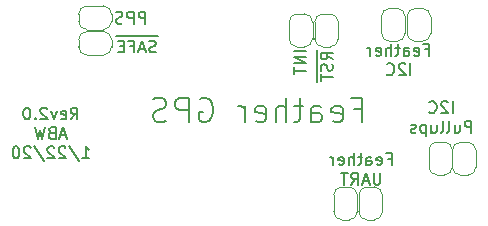
<source format=gbr>
G04 #@! TF.GenerationSoftware,KiCad,Pcbnew,(5.1.4)-1*
G04 #@! TF.CreationDate,2020-01-22T17:25:58-05:00*
G04 #@! TF.ProjectId,Feather-SAM-M8Q-GPS,46656174-6865-4722-9d53-414d2d4d3851,rev?*
G04 #@! TF.SameCoordinates,Original*
G04 #@! TF.FileFunction,Legend,Bot*
G04 #@! TF.FilePolarity,Positive*
%FSLAX46Y46*%
G04 Gerber Fmt 4.6, Leading zero omitted, Abs format (unit mm)*
G04 Created by KiCad (PCBNEW (5.1.4)-1) date 2020-01-22 17:25:58*
%MOMM*%
%LPD*%
G04 APERTURE LIST*
%ADD10C,0.150000*%
%ADD11C,0.120000*%
G04 APERTURE END LIST*
D10*
X108984895Y-59659780D02*
X108984895Y-58659780D01*
X108603942Y-58659780D01*
X108508704Y-58707400D01*
X108461085Y-58755019D01*
X108413466Y-58850257D01*
X108413466Y-58993114D01*
X108461085Y-59088352D01*
X108508704Y-59135971D01*
X108603942Y-59183590D01*
X108984895Y-59183590D01*
X107984895Y-59659780D02*
X107984895Y-58659780D01*
X107603942Y-58659780D01*
X107508704Y-58707400D01*
X107461085Y-58755019D01*
X107413466Y-58850257D01*
X107413466Y-58993114D01*
X107461085Y-59088352D01*
X107508704Y-59135971D01*
X107603942Y-59183590D01*
X107984895Y-59183590D01*
X107032514Y-59612161D02*
X106889657Y-59659780D01*
X106651561Y-59659780D01*
X106556323Y-59612161D01*
X106508704Y-59564542D01*
X106461085Y-59469304D01*
X106461085Y-59374066D01*
X106508704Y-59278828D01*
X106556323Y-59231209D01*
X106651561Y-59183590D01*
X106842038Y-59135971D01*
X106937276Y-59088352D01*
X106984895Y-59040733D01*
X107032514Y-58945495D01*
X107032514Y-58850257D01*
X106984895Y-58755019D01*
X106937276Y-58707400D01*
X106842038Y-58659780D01*
X106603942Y-58659780D01*
X106461085Y-58707400D01*
X129480985Y-71112571D02*
X129814319Y-71112571D01*
X129814319Y-71636380D02*
X129814319Y-70636380D01*
X129338128Y-70636380D01*
X128576223Y-71588761D02*
X128671461Y-71636380D01*
X128861938Y-71636380D01*
X128957176Y-71588761D01*
X129004795Y-71493523D01*
X129004795Y-71112571D01*
X128957176Y-71017333D01*
X128861938Y-70969714D01*
X128671461Y-70969714D01*
X128576223Y-71017333D01*
X128528604Y-71112571D01*
X128528604Y-71207809D01*
X129004795Y-71303047D01*
X127671461Y-71636380D02*
X127671461Y-71112571D01*
X127719080Y-71017333D01*
X127814319Y-70969714D01*
X128004795Y-70969714D01*
X128100033Y-71017333D01*
X127671461Y-71588761D02*
X127766700Y-71636380D01*
X128004795Y-71636380D01*
X128100033Y-71588761D01*
X128147652Y-71493523D01*
X128147652Y-71398285D01*
X128100033Y-71303047D01*
X128004795Y-71255428D01*
X127766700Y-71255428D01*
X127671461Y-71207809D01*
X127338128Y-70969714D02*
X126957176Y-70969714D01*
X127195271Y-70636380D02*
X127195271Y-71493523D01*
X127147652Y-71588761D01*
X127052414Y-71636380D01*
X126957176Y-71636380D01*
X126623842Y-71636380D02*
X126623842Y-70636380D01*
X126195271Y-71636380D02*
X126195271Y-71112571D01*
X126242890Y-71017333D01*
X126338128Y-70969714D01*
X126480985Y-70969714D01*
X126576223Y-71017333D01*
X126623842Y-71064952D01*
X125338128Y-71588761D02*
X125433366Y-71636380D01*
X125623842Y-71636380D01*
X125719080Y-71588761D01*
X125766700Y-71493523D01*
X125766700Y-71112571D01*
X125719080Y-71017333D01*
X125623842Y-70969714D01*
X125433366Y-70969714D01*
X125338128Y-71017333D01*
X125290509Y-71112571D01*
X125290509Y-71207809D01*
X125766700Y-71303047D01*
X124861938Y-71636380D02*
X124861938Y-70969714D01*
X124861938Y-71160190D02*
X124814319Y-71064952D01*
X124766700Y-71017333D01*
X124671461Y-70969714D01*
X124576223Y-70969714D01*
X128861938Y-72286380D02*
X128861938Y-73095904D01*
X128814319Y-73191142D01*
X128766700Y-73238761D01*
X128671461Y-73286380D01*
X128480985Y-73286380D01*
X128385747Y-73238761D01*
X128338128Y-73191142D01*
X128290509Y-73095904D01*
X128290509Y-72286380D01*
X127861938Y-73000666D02*
X127385747Y-73000666D01*
X127957176Y-73286380D02*
X127623842Y-72286380D01*
X127290509Y-73286380D01*
X126385747Y-73286380D02*
X126719080Y-72810190D01*
X126957176Y-73286380D02*
X126957176Y-72286380D01*
X126576223Y-72286380D01*
X126480985Y-72334000D01*
X126433366Y-72381619D01*
X126385747Y-72476857D01*
X126385747Y-72619714D01*
X126433366Y-72714952D01*
X126480985Y-72762571D01*
X126576223Y-72810190D01*
X126957176Y-72810190D01*
X126100033Y-72286380D02*
X125528604Y-72286380D01*
X125814319Y-73286380D02*
X125814319Y-72286380D01*
X102655476Y-67763380D02*
X102988809Y-67287190D01*
X103226904Y-67763380D02*
X103226904Y-66763380D01*
X102845952Y-66763380D01*
X102750714Y-66811000D01*
X102703095Y-66858619D01*
X102655476Y-66953857D01*
X102655476Y-67096714D01*
X102703095Y-67191952D01*
X102750714Y-67239571D01*
X102845952Y-67287190D01*
X103226904Y-67287190D01*
X101845952Y-67715761D02*
X101941190Y-67763380D01*
X102131666Y-67763380D01*
X102226904Y-67715761D01*
X102274523Y-67620523D01*
X102274523Y-67239571D01*
X102226904Y-67144333D01*
X102131666Y-67096714D01*
X101941190Y-67096714D01*
X101845952Y-67144333D01*
X101798333Y-67239571D01*
X101798333Y-67334809D01*
X102274523Y-67430047D01*
X101465000Y-67096714D02*
X101226904Y-67763380D01*
X100988809Y-67096714D01*
X100655476Y-66858619D02*
X100607857Y-66811000D01*
X100512619Y-66763380D01*
X100274523Y-66763380D01*
X100179285Y-66811000D01*
X100131666Y-66858619D01*
X100084047Y-66953857D01*
X100084047Y-67049095D01*
X100131666Y-67191952D01*
X100703095Y-67763380D01*
X100084047Y-67763380D01*
X99655476Y-67668142D02*
X99607857Y-67715761D01*
X99655476Y-67763380D01*
X99703095Y-67715761D01*
X99655476Y-67668142D01*
X99655476Y-67763380D01*
X98988809Y-66763380D02*
X98893571Y-66763380D01*
X98798333Y-66811000D01*
X98750714Y-66858619D01*
X98703095Y-66953857D01*
X98655476Y-67144333D01*
X98655476Y-67382428D01*
X98703095Y-67572904D01*
X98750714Y-67668142D01*
X98798333Y-67715761D01*
X98893571Y-67763380D01*
X98988809Y-67763380D01*
X99084047Y-67715761D01*
X99131666Y-67668142D01*
X99179285Y-67572904D01*
X99226904Y-67382428D01*
X99226904Y-67144333D01*
X99179285Y-66953857D01*
X99131666Y-66858619D01*
X99084047Y-66811000D01*
X98988809Y-66763380D01*
X102274523Y-69127666D02*
X101798333Y-69127666D01*
X102369761Y-69413380D02*
X102036428Y-68413380D01*
X101703095Y-69413380D01*
X101036428Y-68889571D02*
X100893571Y-68937190D01*
X100845952Y-68984809D01*
X100798333Y-69080047D01*
X100798333Y-69222904D01*
X100845952Y-69318142D01*
X100893571Y-69365761D01*
X100988809Y-69413380D01*
X101369761Y-69413380D01*
X101369761Y-68413380D01*
X101036428Y-68413380D01*
X100941190Y-68461000D01*
X100893571Y-68508619D01*
X100845952Y-68603857D01*
X100845952Y-68699095D01*
X100893571Y-68794333D01*
X100941190Y-68841952D01*
X101036428Y-68889571D01*
X101369761Y-68889571D01*
X100465000Y-68413380D02*
X100226904Y-69413380D01*
X100036428Y-68699095D01*
X99845952Y-69413380D01*
X99607857Y-68413380D01*
X103631666Y-71063380D02*
X104203095Y-71063380D01*
X103917380Y-71063380D02*
X103917380Y-70063380D01*
X104012619Y-70206238D01*
X104107857Y-70301476D01*
X104203095Y-70349095D01*
X102488809Y-70015761D02*
X103345952Y-71301476D01*
X102203095Y-70158619D02*
X102155476Y-70111000D01*
X102060238Y-70063380D01*
X101822142Y-70063380D01*
X101726904Y-70111000D01*
X101679285Y-70158619D01*
X101631666Y-70253857D01*
X101631666Y-70349095D01*
X101679285Y-70491952D01*
X102250714Y-71063380D01*
X101631666Y-71063380D01*
X101250714Y-70158619D02*
X101203095Y-70111000D01*
X101107857Y-70063380D01*
X100869761Y-70063380D01*
X100774523Y-70111000D01*
X100726904Y-70158619D01*
X100679285Y-70253857D01*
X100679285Y-70349095D01*
X100726904Y-70491952D01*
X101298333Y-71063380D01*
X100679285Y-71063380D01*
X99536428Y-70015761D02*
X100393571Y-71301476D01*
X99250714Y-70158619D02*
X99203095Y-70111000D01*
X99107857Y-70063380D01*
X98869761Y-70063380D01*
X98774523Y-70111000D01*
X98726904Y-70158619D01*
X98679285Y-70253857D01*
X98679285Y-70349095D01*
X98726904Y-70491952D01*
X99298333Y-71063380D01*
X98679285Y-71063380D01*
X98060238Y-70063380D02*
X97965000Y-70063380D01*
X97869761Y-70111000D01*
X97822142Y-70158619D01*
X97774523Y-70253857D01*
X97726904Y-70444333D01*
X97726904Y-70682428D01*
X97774523Y-70872904D01*
X97822142Y-70968142D01*
X97869761Y-71015761D01*
X97965000Y-71063380D01*
X98060238Y-71063380D01*
X98155476Y-71015761D01*
X98203095Y-70968142D01*
X98250714Y-70872904D01*
X98298333Y-70682428D01*
X98298333Y-70444333D01*
X98250714Y-70253857D01*
X98203095Y-70158619D01*
X98155476Y-70111000D01*
X98060238Y-70063380D01*
X110065914Y-60730800D02*
X109113533Y-60730800D01*
X109875438Y-62050561D02*
X109732580Y-62098180D01*
X109494485Y-62098180D01*
X109399247Y-62050561D01*
X109351628Y-62002942D01*
X109304009Y-61907704D01*
X109304009Y-61812466D01*
X109351628Y-61717228D01*
X109399247Y-61669609D01*
X109494485Y-61621990D01*
X109684961Y-61574371D01*
X109780200Y-61526752D01*
X109827819Y-61479133D01*
X109875438Y-61383895D01*
X109875438Y-61288657D01*
X109827819Y-61193419D01*
X109780200Y-61145800D01*
X109684961Y-61098180D01*
X109446866Y-61098180D01*
X109304009Y-61145800D01*
X109113533Y-60730800D02*
X108256390Y-60730800D01*
X108923057Y-61812466D02*
X108446866Y-61812466D01*
X109018295Y-62098180D02*
X108684961Y-61098180D01*
X108351628Y-62098180D01*
X108256390Y-60730800D02*
X107399247Y-60730800D01*
X107684961Y-61574371D02*
X108018295Y-61574371D01*
X108018295Y-62098180D02*
X108018295Y-61098180D01*
X107542104Y-61098180D01*
X107399247Y-60730800D02*
X106494485Y-60730800D01*
X107161152Y-61574371D02*
X106827819Y-61574371D01*
X106684961Y-62098180D02*
X107161152Y-62098180D01*
X107161152Y-61098180D01*
X106684961Y-61098180D01*
X123468800Y-61888857D02*
X123468800Y-62888857D01*
X124836180Y-62698380D02*
X124359990Y-62365047D01*
X124836180Y-62126952D02*
X123836180Y-62126952D01*
X123836180Y-62507904D01*
X123883800Y-62603142D01*
X123931419Y-62650761D01*
X124026657Y-62698380D01*
X124169514Y-62698380D01*
X124264752Y-62650761D01*
X124312371Y-62603142D01*
X124359990Y-62507904D01*
X124359990Y-62126952D01*
X123468800Y-62888857D02*
X123468800Y-63841238D01*
X124788561Y-63079333D02*
X124836180Y-63222190D01*
X124836180Y-63460285D01*
X124788561Y-63555523D01*
X124740942Y-63603142D01*
X124645704Y-63650761D01*
X124550466Y-63650761D01*
X124455228Y-63603142D01*
X124407609Y-63555523D01*
X124359990Y-63460285D01*
X124312371Y-63269809D01*
X124264752Y-63174571D01*
X124217133Y-63126952D01*
X124121895Y-63079333D01*
X124026657Y-63079333D01*
X123931419Y-63126952D01*
X123883800Y-63174571D01*
X123836180Y-63269809D01*
X123836180Y-63507904D01*
X123883800Y-63650761D01*
X123468800Y-63841238D02*
X123468800Y-64603142D01*
X123836180Y-63936476D02*
X123836180Y-64507904D01*
X124836180Y-64222190D02*
X123836180Y-64222190D01*
X122583200Y-61983098D02*
X121583200Y-61983098D01*
X122583200Y-62459288D02*
X121583200Y-62459288D01*
X122583200Y-63030717D01*
X121583200Y-63030717D01*
X121583200Y-63364050D02*
X121583200Y-63935479D01*
X122583200Y-63649764D02*
X121583200Y-63649764D01*
X126633857Y-66913142D02*
X127300523Y-66913142D01*
X127300523Y-67960761D02*
X127300523Y-65960761D01*
X126348142Y-65960761D01*
X124824333Y-67865523D02*
X125014809Y-67960761D01*
X125395761Y-67960761D01*
X125586238Y-67865523D01*
X125681476Y-67675047D01*
X125681476Y-66913142D01*
X125586238Y-66722666D01*
X125395761Y-66627428D01*
X125014809Y-66627428D01*
X124824333Y-66722666D01*
X124729095Y-66913142D01*
X124729095Y-67103619D01*
X125681476Y-67294095D01*
X123014809Y-67960761D02*
X123014809Y-66913142D01*
X123110047Y-66722666D01*
X123300523Y-66627428D01*
X123681476Y-66627428D01*
X123871952Y-66722666D01*
X123014809Y-67865523D02*
X123205285Y-67960761D01*
X123681476Y-67960761D01*
X123871952Y-67865523D01*
X123967190Y-67675047D01*
X123967190Y-67484571D01*
X123871952Y-67294095D01*
X123681476Y-67198857D01*
X123205285Y-67198857D01*
X123014809Y-67103619D01*
X122348142Y-66627428D02*
X121586238Y-66627428D01*
X122062428Y-65960761D02*
X122062428Y-67675047D01*
X121967190Y-67865523D01*
X121776714Y-67960761D01*
X121586238Y-67960761D01*
X120919571Y-67960761D02*
X120919571Y-65960761D01*
X120062428Y-67960761D02*
X120062428Y-66913142D01*
X120157666Y-66722666D01*
X120348142Y-66627428D01*
X120633857Y-66627428D01*
X120824333Y-66722666D01*
X120919571Y-66817904D01*
X118348142Y-67865523D02*
X118538619Y-67960761D01*
X118919571Y-67960761D01*
X119110047Y-67865523D01*
X119205285Y-67675047D01*
X119205285Y-66913142D01*
X119110047Y-66722666D01*
X118919571Y-66627428D01*
X118538619Y-66627428D01*
X118348142Y-66722666D01*
X118252904Y-66913142D01*
X118252904Y-67103619D01*
X119205285Y-67294095D01*
X117395761Y-67960761D02*
X117395761Y-66627428D01*
X117395761Y-67008380D02*
X117300523Y-66817904D01*
X117205285Y-66722666D01*
X117014809Y-66627428D01*
X116824333Y-66627428D01*
X113586238Y-66056000D02*
X113776714Y-65960761D01*
X114062428Y-65960761D01*
X114348142Y-66056000D01*
X114538619Y-66246476D01*
X114633857Y-66436952D01*
X114729095Y-66817904D01*
X114729095Y-67103619D01*
X114633857Y-67484571D01*
X114538619Y-67675047D01*
X114348142Y-67865523D01*
X114062428Y-67960761D01*
X113871952Y-67960761D01*
X113586238Y-67865523D01*
X113491000Y-67770285D01*
X113491000Y-67103619D01*
X113871952Y-67103619D01*
X112633857Y-67960761D02*
X112633857Y-65960761D01*
X111871952Y-65960761D01*
X111681476Y-66056000D01*
X111586238Y-66151238D01*
X111491000Y-66341714D01*
X111491000Y-66627428D01*
X111586238Y-66817904D01*
X111681476Y-66913142D01*
X111871952Y-67008380D01*
X112633857Y-67008380D01*
X110729095Y-67865523D02*
X110443380Y-67960761D01*
X109967190Y-67960761D01*
X109776714Y-67865523D01*
X109681476Y-67770285D01*
X109586238Y-67579809D01*
X109586238Y-67389333D01*
X109681476Y-67198857D01*
X109776714Y-67103619D01*
X109967190Y-67008380D01*
X110348142Y-66913142D01*
X110538619Y-66817904D01*
X110633857Y-66722666D01*
X110729095Y-66532190D01*
X110729095Y-66341714D01*
X110633857Y-66151238D01*
X110538619Y-66056000D01*
X110348142Y-65960761D01*
X109871952Y-65960761D01*
X109586238Y-66056000D01*
X135006910Y-67234560D02*
X135006910Y-66234560D01*
X134578339Y-66329799D02*
X134530720Y-66282180D01*
X134435481Y-66234560D01*
X134197386Y-66234560D01*
X134102148Y-66282180D01*
X134054529Y-66329799D01*
X134006910Y-66425037D01*
X134006910Y-66520275D01*
X134054529Y-66663132D01*
X134625958Y-67234560D01*
X134006910Y-67234560D01*
X133006910Y-67139322D02*
X133054529Y-67186941D01*
X133197386Y-67234560D01*
X133292624Y-67234560D01*
X133435481Y-67186941D01*
X133530720Y-67091703D01*
X133578339Y-66996465D01*
X133625958Y-66805989D01*
X133625958Y-66663132D01*
X133578339Y-66472656D01*
X133530720Y-66377418D01*
X133435481Y-66282180D01*
X133292624Y-66234560D01*
X133197386Y-66234560D01*
X133054529Y-66282180D01*
X133006910Y-66329799D01*
X136578339Y-68884560D02*
X136578339Y-67884560D01*
X136197386Y-67884560D01*
X136102148Y-67932180D01*
X136054529Y-67979799D01*
X136006910Y-68075037D01*
X136006910Y-68217894D01*
X136054529Y-68313132D01*
X136102148Y-68360751D01*
X136197386Y-68408370D01*
X136578339Y-68408370D01*
X135149767Y-68217894D02*
X135149767Y-68884560D01*
X135578339Y-68217894D02*
X135578339Y-68741703D01*
X135530720Y-68836941D01*
X135435481Y-68884560D01*
X135292624Y-68884560D01*
X135197386Y-68836941D01*
X135149767Y-68789322D01*
X134530720Y-68884560D02*
X134625958Y-68836941D01*
X134673577Y-68741703D01*
X134673577Y-67884560D01*
X134006910Y-68884560D02*
X134102148Y-68836941D01*
X134149767Y-68741703D01*
X134149767Y-67884560D01*
X133197386Y-68217894D02*
X133197386Y-68884560D01*
X133625958Y-68217894D02*
X133625958Y-68741703D01*
X133578339Y-68836941D01*
X133483100Y-68884560D01*
X133340243Y-68884560D01*
X133245005Y-68836941D01*
X133197386Y-68789322D01*
X132721196Y-68217894D02*
X132721196Y-69217894D01*
X132721196Y-68265513D02*
X132625958Y-68217894D01*
X132435481Y-68217894D01*
X132340243Y-68265513D01*
X132292624Y-68313132D01*
X132245005Y-68408370D01*
X132245005Y-68694084D01*
X132292624Y-68789322D01*
X132340243Y-68836941D01*
X132435481Y-68884560D01*
X132625958Y-68884560D01*
X132721196Y-68836941D01*
X131864053Y-68836941D02*
X131768815Y-68884560D01*
X131578339Y-68884560D01*
X131483100Y-68836941D01*
X131435481Y-68741703D01*
X131435481Y-68694084D01*
X131483100Y-68598846D01*
X131578339Y-68551227D01*
X131721196Y-68551227D01*
X131816434Y-68503608D01*
X131864053Y-68408370D01*
X131864053Y-68360751D01*
X131816434Y-68265513D01*
X131721196Y-68217894D01*
X131578339Y-68217894D01*
X131483100Y-68265513D01*
X132650905Y-61844111D02*
X132984239Y-61844111D01*
X132984239Y-62367920D02*
X132984239Y-61367920D01*
X132508048Y-61367920D01*
X131746143Y-62320301D02*
X131841381Y-62367920D01*
X132031858Y-62367920D01*
X132127096Y-62320301D01*
X132174715Y-62225063D01*
X132174715Y-61844111D01*
X132127096Y-61748873D01*
X132031858Y-61701254D01*
X131841381Y-61701254D01*
X131746143Y-61748873D01*
X131698524Y-61844111D01*
X131698524Y-61939349D01*
X132174715Y-62034587D01*
X130841381Y-62367920D02*
X130841381Y-61844111D01*
X130889000Y-61748873D01*
X130984239Y-61701254D01*
X131174715Y-61701254D01*
X131269953Y-61748873D01*
X130841381Y-62320301D02*
X130936620Y-62367920D01*
X131174715Y-62367920D01*
X131269953Y-62320301D01*
X131317572Y-62225063D01*
X131317572Y-62129825D01*
X131269953Y-62034587D01*
X131174715Y-61986968D01*
X130936620Y-61986968D01*
X130841381Y-61939349D01*
X130508048Y-61701254D02*
X130127096Y-61701254D01*
X130365191Y-61367920D02*
X130365191Y-62225063D01*
X130317572Y-62320301D01*
X130222334Y-62367920D01*
X130127096Y-62367920D01*
X129793762Y-62367920D02*
X129793762Y-61367920D01*
X129365191Y-62367920D02*
X129365191Y-61844111D01*
X129412810Y-61748873D01*
X129508048Y-61701254D01*
X129650905Y-61701254D01*
X129746143Y-61748873D01*
X129793762Y-61796492D01*
X128508048Y-62320301D02*
X128603286Y-62367920D01*
X128793762Y-62367920D01*
X128889000Y-62320301D01*
X128936620Y-62225063D01*
X128936620Y-61844111D01*
X128889000Y-61748873D01*
X128793762Y-61701254D01*
X128603286Y-61701254D01*
X128508048Y-61748873D01*
X128460429Y-61844111D01*
X128460429Y-61939349D01*
X128936620Y-62034587D01*
X128031858Y-62367920D02*
X128031858Y-61701254D01*
X128031858Y-61891730D02*
X127984239Y-61796492D01*
X127936620Y-61748873D01*
X127841381Y-61701254D01*
X127746143Y-61701254D01*
X131412810Y-64017920D02*
X131412810Y-63017920D01*
X130984239Y-63113159D02*
X130936620Y-63065540D01*
X130841381Y-63017920D01*
X130603286Y-63017920D01*
X130508048Y-63065540D01*
X130460429Y-63113159D01*
X130412810Y-63208397D01*
X130412810Y-63303635D01*
X130460429Y-63446492D01*
X131031858Y-64017920D01*
X130412810Y-64017920D01*
X129412810Y-63922682D02*
X129460429Y-63970301D01*
X129603286Y-64017920D01*
X129698524Y-64017920D01*
X129841381Y-63970301D01*
X129936620Y-63875063D01*
X129984239Y-63779825D01*
X130031858Y-63589349D01*
X130031858Y-63446492D01*
X129984239Y-63256016D01*
X129936620Y-63160778D01*
X129841381Y-63065540D01*
X129698524Y-63017920D01*
X129603286Y-63017920D01*
X129460429Y-63065540D01*
X129412810Y-63113159D01*
D11*
X105419120Y-58161680D02*
X104019120Y-58161680D01*
X103319120Y-58861680D02*
X103319120Y-59461680D01*
X104019120Y-60161680D02*
X105419120Y-60161680D01*
X106119120Y-59461680D02*
X106119120Y-58861680D01*
X106119120Y-58861680D02*
G75*
G03X105419120Y-58161680I-700000J0D01*
G01*
X105419120Y-60161680D02*
G75*
G03X106119120Y-59461680I0J700000D01*
G01*
X103319120Y-59461680D02*
G75*
G03X104019120Y-60161680I700000J0D01*
G01*
X104019120Y-58161680D02*
G75*
G03X103319120Y-58861680I0J-700000D01*
G01*
X123307600Y-59533560D02*
X123307600Y-60933560D01*
X124007600Y-61633560D02*
X124607600Y-61633560D01*
X125307600Y-60933560D02*
X125307600Y-59533560D01*
X124607600Y-58833560D02*
X124007600Y-58833560D01*
X124007600Y-58833560D02*
G75*
G03X123307600Y-59533560I0J-700000D01*
G01*
X125307600Y-59533560D02*
G75*
G03X124607600Y-58833560I-700000J0D01*
G01*
X124607600Y-61633560D02*
G75*
G03X125307600Y-60933560I0J700000D01*
G01*
X123307600Y-60933560D02*
G75*
G03X124007600Y-61633560I700000J0D01*
G01*
X121133360Y-59533560D02*
X121133360Y-60933560D01*
X121833360Y-61633560D02*
X122433360Y-61633560D01*
X123133360Y-60933560D02*
X123133360Y-59533560D01*
X122433360Y-58833560D02*
X121833360Y-58833560D01*
X121833360Y-58833560D02*
G75*
G03X121133360Y-59533560I0J-700000D01*
G01*
X123133360Y-59533560D02*
G75*
G03X122433360Y-58833560I-700000J0D01*
G01*
X122433360Y-61633560D02*
G75*
G03X123133360Y-60933560I0J700000D01*
G01*
X121133360Y-60933560D02*
G75*
G03X121833360Y-61633560I700000J0D01*
G01*
X104019120Y-62325760D02*
X105419120Y-62325760D01*
X106119120Y-61625760D02*
X106119120Y-61025760D01*
X105419120Y-60325760D02*
X104019120Y-60325760D01*
X103319120Y-61025760D02*
X103319120Y-61625760D01*
X103319120Y-61625760D02*
G75*
G03X104019120Y-62325760I700000J0D01*
G01*
X104019120Y-60325760D02*
G75*
G03X103319120Y-61025760I0J-700000D01*
G01*
X106119120Y-61025760D02*
G75*
G03X105419120Y-60325760I-700000J0D01*
G01*
X105419120Y-62325760D02*
G75*
G03X106119120Y-61625760I0J700000D01*
G01*
X130966720Y-60463660D02*
X130966720Y-59063660D01*
X130266720Y-58363660D02*
X129666720Y-58363660D01*
X128966720Y-59063660D02*
X128966720Y-60463660D01*
X129666720Y-61163660D02*
X130266720Y-61163660D01*
X130266720Y-61163660D02*
G75*
G03X130966720Y-60463660I0J700000D01*
G01*
X128966720Y-60463660D02*
G75*
G03X129666720Y-61163660I700000J0D01*
G01*
X129666720Y-58363660D02*
G75*
G03X128966720Y-59063660I0J-700000D01*
G01*
X130966720Y-59063660D02*
G75*
G03X130266720Y-58363660I-700000J0D01*
G01*
X133125720Y-60463660D02*
X133125720Y-59063660D01*
X132425720Y-58363660D02*
X131825720Y-58363660D01*
X131125720Y-59063660D02*
X131125720Y-60463660D01*
X131825720Y-61163660D02*
X132425720Y-61163660D01*
X132425720Y-61163660D02*
G75*
G03X133125720Y-60463660I0J700000D01*
G01*
X131125720Y-60463660D02*
G75*
G03X131825720Y-61163660I700000J0D01*
G01*
X131825720Y-58363660D02*
G75*
G03X131125720Y-59063660I0J-700000D01*
G01*
X133125720Y-59063660D02*
G75*
G03X132425720Y-58363660I-700000J0D01*
G01*
X124917960Y-75579200D02*
G75*
G03X125617960Y-76279200I700000J0D01*
G01*
X126217960Y-76279200D02*
G75*
G03X126917960Y-75579200I0J700000D01*
G01*
X126917960Y-74179200D02*
G75*
G03X126217960Y-73479200I-700000J0D01*
G01*
X125617960Y-73479200D02*
G75*
G03X124917960Y-74179200I0J-700000D01*
G01*
X126217960Y-73479200D02*
X125617960Y-73479200D01*
X126917960Y-75579200D02*
X126917960Y-74179200D01*
X125617960Y-76279200D02*
X126217960Y-76279200D01*
X124917960Y-74179200D02*
X124917960Y-75579200D01*
X127046480Y-75579200D02*
G75*
G03X127746480Y-76279200I700000J0D01*
G01*
X128346480Y-76279200D02*
G75*
G03X129046480Y-75579200I0J700000D01*
G01*
X129046480Y-74179200D02*
G75*
G03X128346480Y-73479200I-700000J0D01*
G01*
X127746480Y-73479200D02*
G75*
G03X127046480Y-74179200I0J-700000D01*
G01*
X128346480Y-73479200D02*
X127746480Y-73479200D01*
X129046480Y-75579200D02*
X129046480Y-74179200D01*
X127746480Y-76279200D02*
X128346480Y-76279200D01*
X127046480Y-74179200D02*
X127046480Y-75579200D01*
X132974840Y-70376580D02*
X132974840Y-71776580D01*
X133674840Y-72476580D02*
X134274840Y-72476580D01*
X134974840Y-71776580D02*
X134974840Y-70376580D01*
X134274840Y-69676580D02*
X133674840Y-69676580D01*
X133674840Y-69676580D02*
G75*
G03X132974840Y-70376580I0J-700000D01*
G01*
X134974840Y-70376580D02*
G75*
G03X134274840Y-69676580I-700000J0D01*
G01*
X134274840Y-72476580D02*
G75*
G03X134974840Y-71776580I0J700000D01*
G01*
X132974840Y-71776580D02*
G75*
G03X133674840Y-72476580I700000J0D01*
G01*
X134966200Y-70394600D02*
X134966200Y-71794600D01*
X135666200Y-72494600D02*
X136266200Y-72494600D01*
X136966200Y-71794600D02*
X136966200Y-70394600D01*
X136266200Y-69694600D02*
X135666200Y-69694600D01*
X135666200Y-69694600D02*
G75*
G03X134966200Y-70394600I0J-700000D01*
G01*
X136966200Y-70394600D02*
G75*
G03X136266200Y-69694600I-700000J0D01*
G01*
X136266200Y-72494600D02*
G75*
G03X136966200Y-71794600I0J700000D01*
G01*
X134966200Y-71794600D02*
G75*
G03X135666200Y-72494600I700000J0D01*
G01*
M02*

</source>
